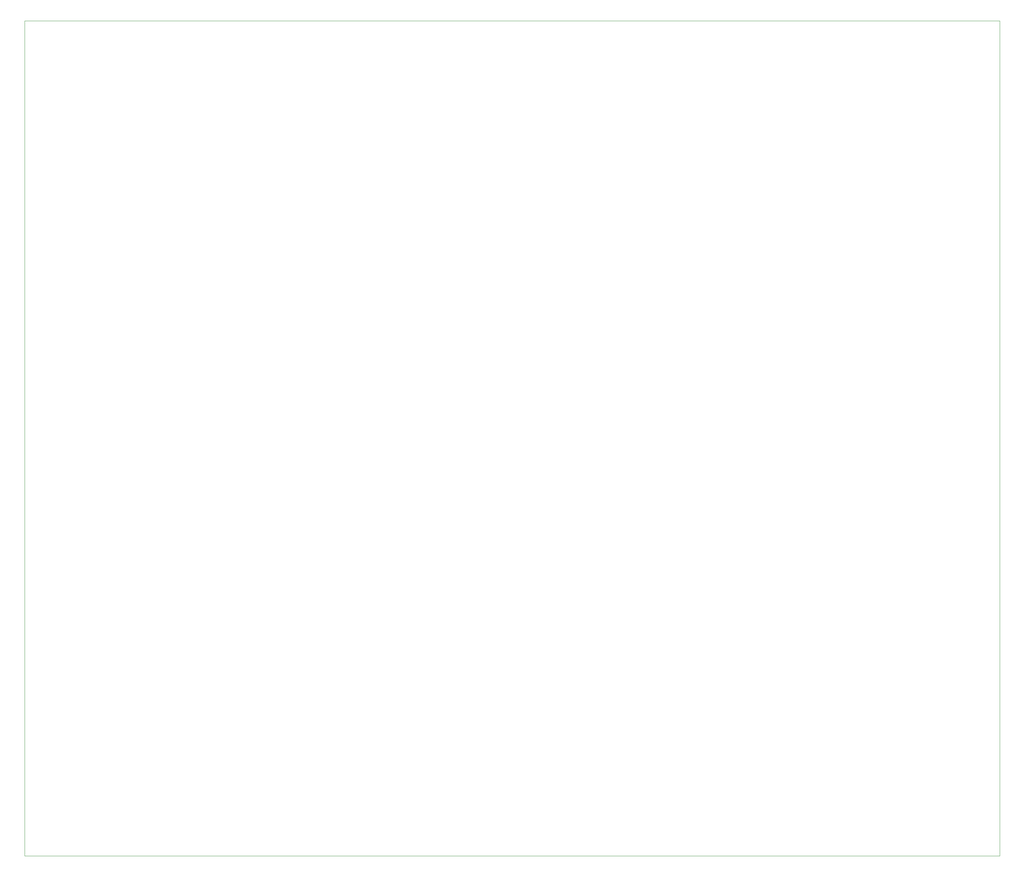
<source format=gbr>
%TF.GenerationSoftware,KiCad,Pcbnew,9.0.6*%
%TF.CreationDate,2025-11-10T19:23:00+01:00*%
%TF.ProjectId,BGA_Steuerung_4layer,4247415f-5374-4657-9565-72756e675f34,rev?*%
%TF.SameCoordinates,Original*%
%TF.FileFunction,Profile,NP*%
%FSLAX46Y46*%
G04 Gerber Fmt 4.6, Leading zero omitted, Abs format (unit mm)*
G04 Created by KiCad (PCBNEW 9.0.6) date 2025-11-10 19:23:00*
%MOMM*%
%LPD*%
G01*
G04 APERTURE LIST*
%TA.AperFunction,Profile*%
%ADD10C,0.050000*%
%TD*%
G04 APERTURE END LIST*
D10*
X32000000Y-76000000D02*
X270000000Y-76000000D01*
X270000000Y-280000000D01*
X32000000Y-280000000D01*
X32000000Y-76000000D01*
M02*

</source>
